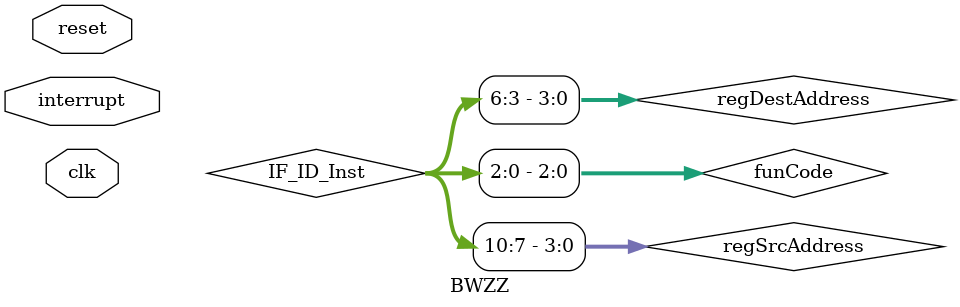
<source format=v>
module BWZZ(input clk, reset, interrupt);

///// if
wire stall;
wire [31:0] PC, NextPC, selectedPC, branchAddress, privateRegResultOutput;
wire [15:0] Inst, Imm;
wire flush, choosedBitOutput;


Fetch fetchStage(
	.stall(1'b0),
	.clk(clk),
	.jumpBit(flush),
	.rst(reset),
	.interruptBit(interrupt),
	.finalInstruction(Inst),
	.branchIR(branchAddress),
	.initPc(selectedPC),
	.samePc(PC),
	.nextPc(NextPC),
	.instructionTest(),
	.immediate(Imm)
);


/// IF-ID
wire [31:0] IF_ID_PC, IF_ID_NextPC;
wire [15:0] IF_ID_Inst;

IfIdBuffer IF_ID_Buffer(
	.clk(clk) 
	,.flush(flush)
	,.instruction(Inst)
	,.pc(PC) 
	,.nextPC(NextPC)

	,.oPc(IF_ID_PC)
	,.oNextPC(IF_ID_NextPC)
	,.oInstruction(IF_ID_Inst)
	);


/// Decoding Stage
wire RegWrite , MemOrReg, DestOrPrivate , MemWrite, MemRead, SPOrALUres, immOrReg, updateStatus, BranchFlag, PCControl, privateRegWrite;
wire [3:0] regDestAddress, regSrcAddress, AlUControl;
wire [15:0] RegSrc, RegDest, imm;
wire [2:0] funCode;
wire [1:0] SPOpeartion, carryFlag;
wire [3:0] regDestAddressID_EX, regSrcAddressID_EX;

assign regSrcAddress = IF_ID_Inst[10:7];
assign regDestAddress = IF_ID_Inst[6:3];

wire MakeMeBubble,ID_EX_MemRead;

HazardDetectionUnit detectHazard(
	.MemRead(ID_EX_MemRead),
	.ALUDest(regDestAddressID_EX),
	.DecodeSrc(regSrcAddress),
	.DecodeDest(regDestAddress),

	.MakeMeBubble(MakeMeBubble)
);


controlUnit ControlUnit(
  .makeMeBubble(MakeMeBubble),
  .opCode(IF_ID_Inst[15:11]),
  .SPOperation(SPOpeartion),
  .RegWrite(RegWrite),
  .MemRead(MemRead),
  .MemWrite(MemWrite),
  .MemOrReg(MemOrReg),
  .UpdateStatus(updateStatus),
  .ImmOrReg(immOrReg),
  .ALUControl(AlUControl),
  .SPOrALUres(SPOrALUres),
  .DestOrPrivate(DestOrPrivate),
  .BranchFlag(BranchFlag),
  .CarryFlag(carryFlag),
  .PCControl(PCControl),
  .privateRegWrite(privateRegWrite)
  );

assign selectedPC = PCControl ? PC : NextPC;
assign funCode = IF_ID_Inst[2:0];


// Register file
wire MEM_WB_RegWrite;
wire [3:0] MEM_WB_RegDestAddress;
wire [15:0] outputRes;

regFile RegisterFile(
	.write_enable(MEM_WB_RegWrite),
	.rst(reset),
	.clk(clk),
	.privateRegWrite(privateRegWrite),
	.PC(selectedPC),
	.write_data(outputRes),
	.read_addr1(IF_ID_Inst[10:7]),
	.read_addr2(IF_ID_Inst[6:3]),
	.write_addr(MEM_WB_RegDestAddress),

	.read_data1(RegSrc),
	.read_data2(RegDest),
	.privateRegResult(privateRegResultOutput)
  );


/// Decodeing Ex Buffer
wire ID_EX_RegWrite, ID_EX_MemOrReg, ID_EX_DestOrPrivate, ID_EX_MemWrite, ID_EX_SPOrALUres, ID_EX_immOrReg, ID_EX_updateStatus;
wire [3:0] ID_EX_AlUControl;
wire [15:0] ID_EX_RegSrc ,ID_EX_RegDest , ID_EX_imm;
wire [2:0] ID_EX_funCode;
wire [1:0] ID_EX_SPOpeartion, ID_EX_carryFlag;


IdExBuffer ID_EX_Buffer(
	.RegWrite(RegWrite),
	.MemOrReg(MemOrReg),
	.DestOrPrivate(DestOrPrivate),
	.MemWrite(MemWrite),
	.MemRead(MemRead),
	.clk(clk),
	.SPOrALUres(SPOrALUres),
	.immOrReg(immOrReg),
	.updateStatus(updateStatus),
	.regDestAddress(regDestAddress),
	.regSrcAddress(regSrcAddress),
	.AlUControl(AlUControl),
	.RegSrc(RegSrc),
	.RegDest(RegDest),
	.imm(Imm),
	.SPOpeartion(SPOpeartion),
	.carryFlag(carryFlag),
	.funCode(funCode),
	.BranchFlag(BranchFlag),


	.oRegWrite(ID_EX_RegWrite),
	.oMemOrReg(ID_EX_MemOrReg),
	.oMemWrite(ID_EX_MemWrite),
	.oMemRead(ID_EX_MemRead),
	.oDestOrPrivate(ID_EX_DestOrPrivate),
	.oSPOrALUres(ID_EX_SPOrALUres),
	.oimmOrReg(ID_EX_immOrReg),
	.oupdateStatus(ID_EX_updateStatus),
	.oRegDestAddress(regDestAddressID_EX),
	.oRegSrcAddress(regSrcAddressID_EX),
	.oAlUControl(ID_EX_AlUControl),
	.oRegSrc(ID_EX_RegSrc),
	.oRegDest(ID_EX_RegDest),
	.oimm(ID_EX_imm),
	.oSPOpeartion(ID_EX_SPOpeartion),
	.ocarryFlag(ID_EX_carryFlag),
	.ofunCode(ID_EX_funCode),
	.oBranchFlag(ID_EX_BranchFlag)
	);

assign flush = ID_EX_BranchFlag & choosedBitOutput;


///// Status register
wire [3:0] StatusFlagsOutput, savedFlagsOutput, updatedStatusOutput;

StatusRegister StatusRegisterBank (
	.updateStatus(ID_EX_updateStatus),
	.carryFlag(ID_EX_carryFlag),
	.functionCode(ID_EX_funCode),
	.newStatus(updatedStatusOutput),
	.savedStatus(savedFlagsOutput),
	.reset(reset),
	.choosedBit(choosedBitOutput),
	.StatusFlags(StatusFlagsOutput)
);

SavedFlages savedFlag (
  .interrupt(interrupt),
  .CCR(StatusFlagsOutput),
	.SavedFlages(savedFlagsOutput)
);


wire [3:0] EX_MEM_RegDestAddress;
wire [1:0] SrcChange, DestChange;

// Forwarding UNit
ForwardingUnit Forwarding(
	.ALURegsrc(regSrcAddressID_EX),
	.ALURegdest(regDestAddressID_EX),
	.AlUMEMres(EX_MEM_RegDestAddress),
	.MEMWBres(MEM_WB_RegDestAddress),

	.SrcChange(SrcChange),
	.DestChange(DestChange)
);

// Execute
wire [15:0] ALUResult;
wire [15:0] EX_MEM_ALUResult ,EX_MEM_RegSrc ;
wire [15:0] ALUfirstOperand;

ExecuteStage ALUStage(
	.ImmOrReg(ID_EX_immOrReg),
	.ALUControl(ID_EX_AlUControl),
	.RegSrc(ID_EX_RegSrc),
	.RegDst(ID_EX_RegDest),
	.immediate(ID_EX_imm),
	.selectSrc(SrcChange),
	.selectDst(DestChange),
	.RegSrcFromEx(EX_MEM_ALUResult),
	.RegDstFromEx(EX_MEM_ALUResult),
	.RegSrcFromMem(outputRes),
	.RegDstFromMem(outputRes),

	.ALUfirstOperand(ALUfirstOperand),
	.newStatus(updatedStatusOutput),
	.ALUResult(ALUResult)
	);




// Execute - Memory 
wire EX_MEM_RegWrite ,EX_MEM_MemOrReg ,EX_MEM_DestOrPrivate ,EX_MEM_MemWrite ,EX_MEM_MemRead ,EX_MEM_SPOrALUres ;
wire [1:0] EX_MEM_SPOpeartion;

ExMemBuffer EX_MEM_Buffer(
	.RegWrite(ID_EX_RegWrite), 
	.MemOrReg(ID_EX_MemOrReg),
	.DestOrPrivate(ID_EX_DestOrPrivate),
	.MemWrite(ID_EX_MemWrite),
	.MemRead(ID_EX_MemRead),
	.clk(clk),
	.SPOrALUres(ID_EX_SPOrALUres),  
	.regDestAddress(regDestAddressID_EX),
	.ALUResult(ALUResult), 
	.RegSrc(ALUfirstOperand),
	.SPOpeartion(ID_EX_SPOpeartion),

	.oRegWrite(EX_MEM_RegWrite),
	.oMemOrReg(EX_MEM_MemOrReg),
	.oMemWrite(EX_MEM_MemWrite),
	.oMemRead(EX_MEM_MemRead),
	.oDestOrPrivate(EX_MEM_DestOrPrivate),
	.oSPOrALUres(EX_MEM_SPOrALUres),
	.oRegDestAddress(EX_MEM_RegDestAddress),
	.oALUResult(EX_MEM_ALUResult),
	.oRegSrc(EX_MEM_RegSrc),  
	.oSPOpeartion(EX_MEM_SPOpeartion)
	);


/// Data Memory 
wire [15:0] MemoryRes;

MemoryStage DataMemory(
	.MemRead(EX_MEM_MemRead),
	.MemWrite(EX_MEM_MemWrite),
	.SPOrALUres(EX_MEM_SPOrALUres),
	.clk(clk),
	.rst(reset),
	.SPOpeartion(EX_MEM_SPOpeartion),
	.RegSrc(EX_MEM_RegSrc),
	.Data_result(EX_MEM_ALUResult),

	.Data(MemoryRes)
);

/// Memory WB Buffer
wire MEM_WB_MemOrReg, MEM_WB_DestOrPrivate;
wire [15:0] MEM_WB_DataRes ,MEM_WB_Data;

MemWbBuffer MEM_WB_Buffer(
	.RegWrite(EX_MEM_RegWrite),
	.MemOrReg(EX_MEM_MemOrReg),
	.DestOrPrivate(EX_MEM_DestOrPrivate),
	.clk(clk), 
	.regDestAddress(EX_MEM_RegDestAddress),
	.dataRes(EX_MEM_ALUResult),
	.data(MemoryRes),

	.oRegWrite(MEM_WB_RegWrite),
	.oMemOrReg(MEM_WB_MemOrReg),
	.oDestOrPrivate(MEM_WB_DestOrPrivate),
	.oRegDestAddress(MEM_WB_RegDestAddress),
	.oDataRes(MEM_WB_DataRes),
	.oData(MEM_WB_Data) 
	);


/// Write back
WriteBack WriteBackStage(
	.memOrReg(MEM_WB_MemOrReg),
	.memData(MEM_WB_Data),
	.aluData(MEM_WB_DataRes),
	
	.outputRes(outputRes),
	.clk(clk)
  );


/// Branch address selector
BranchAddressSelector BranchSelector(
	.RegDst(ALUResult),
	.privateRegResult(privateRegResultOutput),
	.DecodeDestOrPrivate(ID_EX_DestOrPrivate),
	.WBDestOrPrivate(MEM_WB_DestOrPrivate),

	.branchAddress(branchAddress)
);

endmodule
</source>
